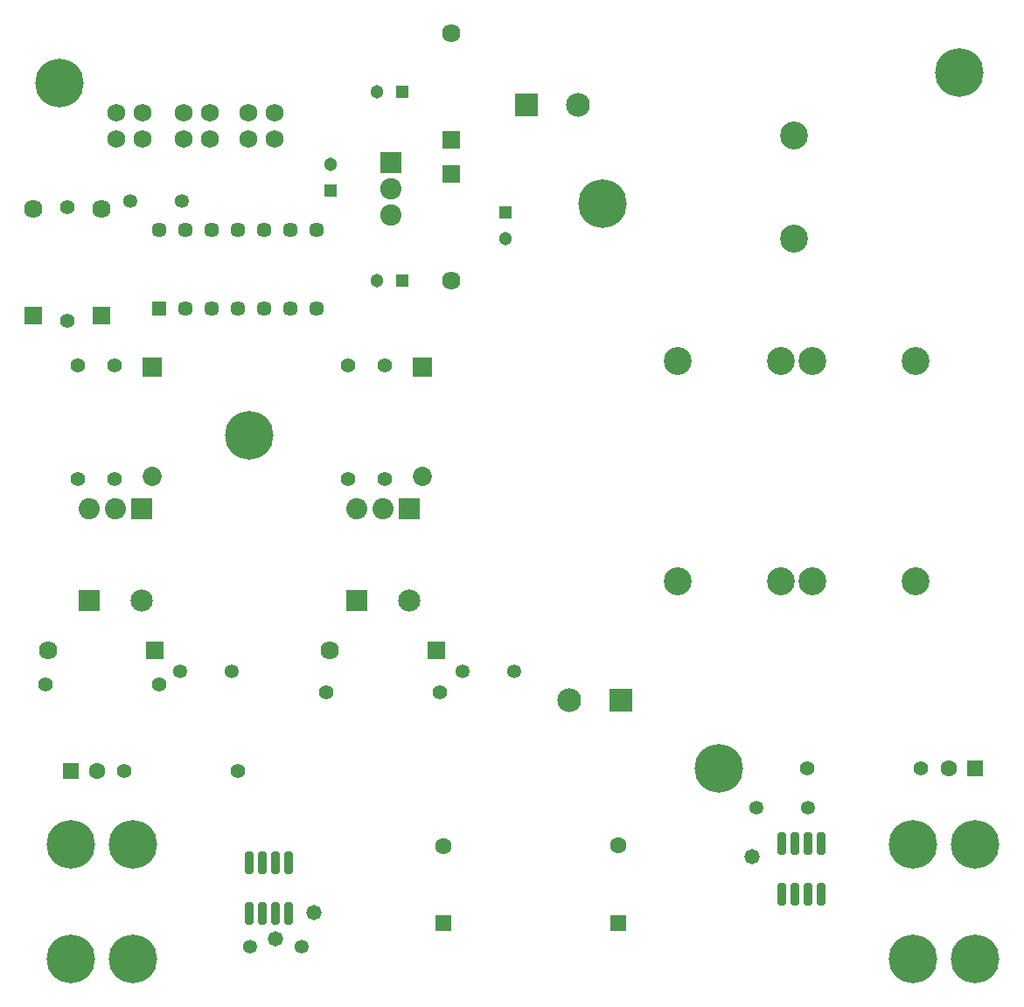
<source format=gts>
G04*
G04 #@! TF.GenerationSoftware,Altium Limited,Altium Designer,23.8.1 (32)*
G04*
G04 Layer_Color=8388736*
%FSLAX25Y25*%
%MOIN*%
G70*
G04*
G04 #@! TF.SameCoordinates,330DCB93-C80B-4371-A5EC-CE9DA49BF17F*
G04*
G04*
G04 #@! TF.FilePolarity,Negative*
G04*
G01*
G75*
G04:AMPARAMS|DCode=15|XSize=85.56mil|YSize=31.62mil|CornerRadius=6.95mil|HoleSize=0mil|Usage=FLASHONLY|Rotation=90.000|XOffset=0mil|YOffset=0mil|HoleType=Round|Shape=RoundedRectangle|*
%AMROUNDEDRECTD15*
21,1,0.08556,0.01772,0,0,90.0*
21,1,0.07165,0.03162,0,0,90.0*
1,1,0.01391,0.00886,0.03583*
1,1,0.01391,0.00886,-0.03583*
1,1,0.01391,-0.00886,-0.03583*
1,1,0.01391,-0.00886,0.03583*
%
%ADD15ROUNDEDRECTD15*%
%ADD16C,0.18517*%
%ADD17C,0.09068*%
%ADD18R,0.09068X0.09068*%
%ADD19R,0.08064X0.08064*%
%ADD20C,0.08064*%
%ADD21R,0.05131X0.05131*%
%ADD22C,0.05131*%
%ADD23C,0.10642*%
%ADD24R,0.06312X0.06312*%
%ADD25C,0.06312*%
%ADD26C,0.05524*%
%ADD27R,0.07060X0.07060*%
%ADD28C,0.07060*%
%ADD29R,0.08123X0.08123*%
%ADD30C,0.08123*%
%ADD31C,0.05328*%
%ADD32C,0.08438*%
%ADD33R,0.08438X0.08438*%
%ADD34C,0.06883*%
%ADD35R,0.06312X0.06312*%
%ADD36R,0.07060X0.07060*%
%ADD37R,0.05721X0.05721*%
%ADD38C,0.05721*%
%ADD39R,0.07296X0.07296*%
%ADD40C,0.07296*%
%ADD41R,0.05131X0.05131*%
%ADD42C,0.05800*%
D15*
X394500Y223488D02*
D03*
X399500D02*
D03*
X404500D02*
D03*
X409500D02*
D03*
Y204000D02*
D03*
X404500D02*
D03*
X399500D02*
D03*
X394500D02*
D03*
X206500Y196756D02*
D03*
X201500D02*
D03*
X196500D02*
D03*
X191500D02*
D03*
Y216244D02*
D03*
X196500D02*
D03*
X201500D02*
D03*
X206500D02*
D03*
D16*
X191500Y379000D02*
D03*
X468122Y179500D02*
D03*
X444500D02*
D03*
Y223000D02*
D03*
X468122D02*
D03*
X370500Y252000D02*
D03*
X147122Y223000D02*
D03*
X462000Y517500D02*
D03*
X326000Y467500D02*
D03*
X119000Y513500D02*
D03*
X147122Y179500D02*
D03*
X123500D02*
D03*
Y223000D02*
D03*
D17*
X313315Y278000D02*
D03*
X316843Y505000D02*
D03*
D18*
X333000Y278000D02*
D03*
X297158Y505000D02*
D03*
D19*
X252500Y351248D02*
D03*
X150500D02*
D03*
D20*
X242500D02*
D03*
X232500D02*
D03*
X140500D02*
D03*
X130500D02*
D03*
D21*
X249843Y438000D02*
D03*
Y510000D02*
D03*
D22*
X240000Y438000D02*
D03*
Y510000D02*
D03*
X222500Y482421D02*
D03*
X289000Y454157D02*
D03*
D23*
X445343Y323500D02*
D03*
X405972D02*
D03*
Y407500D02*
D03*
X445343D02*
D03*
X394000Y323500D02*
D03*
X354630D02*
D03*
X399000Y493500D02*
D03*
Y454130D02*
D03*
X354630Y407500D02*
D03*
X394000D02*
D03*
D24*
X468000Y252000D02*
D03*
X123500Y251000D02*
D03*
D25*
X458000Y252000D02*
D03*
X332000Y222764D02*
D03*
X265500Y222500D02*
D03*
X133500Y251000D02*
D03*
D26*
X447500Y252000D02*
D03*
X404193D02*
D03*
X157000Y284000D02*
D03*
X113693D02*
D03*
X126000Y405901D02*
D03*
Y362594D02*
D03*
X140152Y405901D02*
D03*
Y362594D02*
D03*
X229000Y405901D02*
D03*
Y362594D02*
D03*
X243152Y405901D02*
D03*
Y362594D02*
D03*
X264154Y281248D02*
D03*
X220847D02*
D03*
X122258Y422847D02*
D03*
Y466153D02*
D03*
X143846Y251000D02*
D03*
X187153D02*
D03*
D27*
X268500Y491606D02*
D03*
X109258Y424606D02*
D03*
X135258D02*
D03*
X268500Y478894D02*
D03*
D28*
Y532394D02*
D03*
X114760Y297248D02*
D03*
X222106D02*
D03*
X109258Y465394D02*
D03*
X135258D02*
D03*
X268500Y438106D02*
D03*
D29*
X245500Y483000D02*
D03*
D30*
Y473000D02*
D03*
Y463000D02*
D03*
D31*
X191657Y184000D02*
D03*
X211343D02*
D03*
X384658Y237000D02*
D03*
X404343D02*
D03*
X184843Y289248D02*
D03*
X165157D02*
D03*
X292342Y289000D02*
D03*
X272657D02*
D03*
X146158Y468500D02*
D03*
X165842D02*
D03*
D32*
X252500Y315964D02*
D03*
X150500D02*
D03*
D33*
X232500D02*
D03*
X130500D02*
D03*
D34*
X201000Y502000D02*
D03*
Y492000D02*
D03*
X191000D02*
D03*
Y502000D02*
D03*
X176496D02*
D03*
Y492000D02*
D03*
X166496D02*
D03*
Y502000D02*
D03*
X150748D02*
D03*
Y492000D02*
D03*
X140748D02*
D03*
Y502000D02*
D03*
D35*
X332000Y193236D02*
D03*
X265500Y192972D02*
D03*
D36*
X155547Y297248D02*
D03*
X262894D02*
D03*
D37*
X157000Y427500D02*
D03*
D38*
X167000D02*
D03*
X177000D02*
D03*
X187000D02*
D03*
X197000D02*
D03*
X207000D02*
D03*
X217000D02*
D03*
Y457500D02*
D03*
X207000D02*
D03*
X197000D02*
D03*
X187000D02*
D03*
X177000D02*
D03*
X167000D02*
D03*
X157000D02*
D03*
D39*
X154500Y405212D02*
D03*
X257500D02*
D03*
D40*
X154500Y363480D02*
D03*
X257500D02*
D03*
D41*
X222500Y472579D02*
D03*
X289000Y464000D02*
D03*
D42*
X383000Y218500D02*
D03*
X216000Y197000D02*
D03*
X201500Y187000D02*
D03*
M02*

</source>
